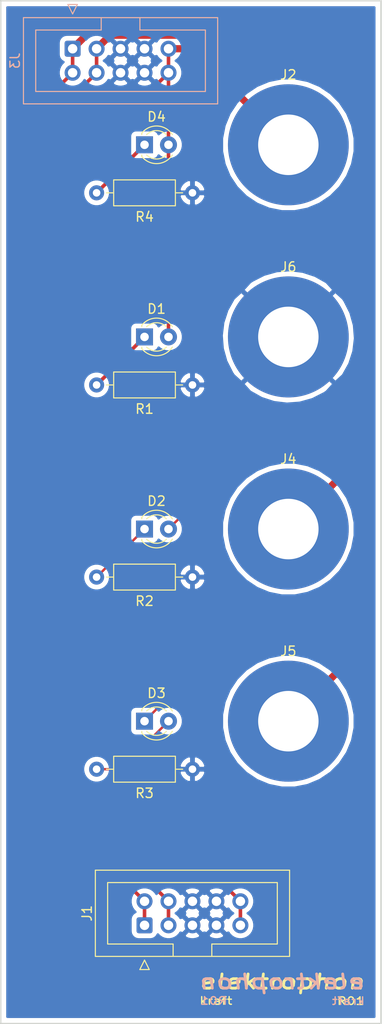
<source format=kicad_pcb>
(kicad_pcb (version 20171130) (host pcbnew 5.1.9)

  (general
    (thickness 1.6)
    (drawings 4)
    (tracks 58)
    (zones 0)
    (modules 15)
    (nets 9)
  )

  (page A4)
  (title_block
    (title kraft)
    (date 2021-05-15)
    (rev R01)
    (comment 1 "Wall Wart Power Supply (+15V/-15V/5V)")
    (comment 2 "mount PCB")
    (comment 4 "License CC BY 4.0 - Attribution 4.0 International")
  )

  (layers
    (0 F.Cu signal)
    (31 B.Cu signal)
    (32 B.Adhes user)
    (33 F.Adhes user)
    (34 B.Paste user)
    (35 F.Paste user)
    (36 B.SilkS user)
    (37 F.SilkS user)
    (38 B.Mask user)
    (39 F.Mask user)
    (40 Dwgs.User user)
    (41 Cmts.User user)
    (42 Eco1.User user)
    (43 Eco2.User user)
    (44 Edge.Cuts user)
    (45 Margin user)
    (46 B.CrtYd user)
    (47 F.CrtYd user)
    (48 B.Fab user)
    (49 F.Fab user)
  )

  (setup
    (last_trace_width 0.25)
    (user_trace_width 0.381)
    (user_trace_width 0.762)
    (trace_clearance 0.2)
    (zone_clearance 0.508)
    (zone_45_only no)
    (trace_min 0.2)
    (via_size 0.8)
    (via_drill 0.4)
    (via_min_size 0.4)
    (via_min_drill 0.3)
    (uvia_size 0.3)
    (uvia_drill 0.1)
    (uvias_allowed no)
    (uvia_min_size 0.2)
    (uvia_min_drill 0.1)
    (edge_width 0.05)
    (segment_width 0.2)
    (pcb_text_width 0.3)
    (pcb_text_size 1.5 1.5)
    (mod_edge_width 0.12)
    (mod_text_size 1 1)
    (mod_text_width 0.15)
    (pad_size 1.524 1.524)
    (pad_drill 0.762)
    (pad_to_mask_clearance 0)
    (aux_axis_origin 0 0)
    (visible_elements FFFFFF7F)
    (pcbplotparams
      (layerselection 0x010fc_ffffffff)
      (usegerberextensions false)
      (usegerberattributes true)
      (usegerberadvancedattributes true)
      (creategerberjobfile true)
      (excludeedgelayer true)
      (linewidth 0.100000)
      (plotframeref false)
      (viasonmask false)
      (mode 1)
      (useauxorigin false)
      (hpglpennumber 1)
      (hpglpenspeed 20)
      (hpglpendiameter 15.000000)
      (psnegative false)
      (psa4output false)
      (plotreference true)
      (plotvalue true)
      (plotinvisibletext false)
      (padsonsilk false)
      (subtractmaskfromsilk false)
      (outputformat 1)
      (mirror false)
      (drillshape 1)
      (scaleselection 1)
      (outputdirectory ""))
  )

  (net 0 "")
  (net 1 +5V)
  (net 2 "Net-(D1-Pad1)")
  (net 3 +15V)
  (net 4 "Net-(D2-Pad1)")
  (net 5 "Net-(D3-Pad2)")
  (net 6 -15V)
  (net 7 "Net-(D4-Pad1)")
  (net 8 GND)

  (net_class Default "This is the default net class."
    (clearance 0.2)
    (trace_width 0.25)
    (via_dia 0.8)
    (via_drill 0.4)
    (uvia_dia 0.3)
    (uvia_drill 0.1)
    (add_net +15V)
    (add_net +5V)
    (add_net -15V)
    (add_net GND)
    (add_net "Net-(D1-Pad1)")
    (add_net "Net-(D2-Pad1)")
    (add_net "Net-(D3-Pad2)")
    (add_net "Net-(D4-Pad1)")
  )

  (module "elektrophon:elektrophon logo" locked (layer F.Cu) (tedit 5D74BFC6) (tstamp 60A024F3)
    (at 80.645 155.575)
    (fp_text reference REF** (at 0 3.556) (layer F.SilkS) hide
      (effects (font (size 1 1) (thickness 0.15)))
    )
    (fp_text value "elektrophon logo" (at 0 -3.048) (layer F.Fab) hide
      (effects (font (size 1 1) (thickness 0.15)))
    )
    (fp_text user kraft (at 8.84 1.02) (layer B.SilkS)
      (effects (font (size 0.8 1) (thickness 0.15)) (justify left mirror))
    )
    (fp_text user R01 (at -8.83 1) (layer B.SilkS)
      (effects (font (size 0.8 1) (thickness 0.15)) (justify right mirror))
    )
    (fp_text user elektrophon (at 0 -1.016) (layer B.SilkS)
      (effects (font (size 1.5 2) (thickness 0.3) italic) (justify mirror))
    )
    (fp_text user R01 (at 8.8 1.02) (layer F.SilkS)
      (effects (font (size 0.8 1) (thickness 0.15)) (justify right))
    )
    (fp_text user kraft (at -8.88 1) (layer F.SilkS)
      (effects (font (size 0.8 1) (thickness 0.15)) (justify left))
    )
    (fp_text user elektrophon (at 0 -1.016) (layer F.SilkS)
      (effects (font (size 1.5 2) (thickness 0.3) italic))
    )
  )

  (module MountingHole:MountingHole_6.4mm_M6_Pad_TopBottom (layer F.Cu) (tedit 56D1B4CB) (tstamp 60A02118)
    (at 81.28 86.36)
    (descr "Mounting Hole 6.4mm, M6")
    (tags "mounting hole 6.4mm m6")
    (path /60A02498)
    (attr virtual)
    (fp_text reference J6 (at 0 -7.4) (layer F.SilkS)
      (effects (font (size 1 1) (thickness 0.15)))
    )
    (fp_text value CT2224 (at 0 7.4) (layer F.Fab)
      (effects (font (size 1 1) (thickness 0.15)))
    )
    (fp_circle (center 0 0) (end 6.65 0) (layer F.CrtYd) (width 0.05))
    (fp_circle (center 0 0) (end 6.4 0) (layer Cmts.User) (width 0.15))
    (fp_text user %R (at 0.3 0) (layer F.Fab)
      (effects (font (size 1 1) (thickness 0.15)))
    )
    (pad 1 connect circle (at 0 0) (size 12.8 12.8) (layers B.Cu B.Mask)
      (net 8 GND))
    (pad 1 connect circle (at 0 0) (size 12.8 12.8) (layers F.Cu F.Mask)
      (net 8 GND))
    (pad 1 thru_hole circle (at 0 0) (size 6.8 6.8) (drill 6.4) (layers *.Cu *.Mask)
      (net 8 GND))
  )

  (module MountingHole:MountingHole_6.4mm_M6_Pad_TopBottom (layer F.Cu) (tedit 56D1B4CB) (tstamp 60A0210E)
    (at 81.28 127)
    (descr "Mounting Hole 6.4mm, M6")
    (tags "mounting hole 6.4mm m6")
    (path /60A021A1)
    (attr virtual)
    (fp_text reference J5 (at 0 -7.4) (layer F.SilkS)
      (effects (font (size 1 1) (thickness 0.15)))
    )
    (fp_text value CT2224 (at 0 7.4) (layer F.Fab)
      (effects (font (size 1 1) (thickness 0.15)))
    )
    (fp_circle (center 0 0) (end 6.65 0) (layer F.CrtYd) (width 0.05))
    (fp_circle (center 0 0) (end 6.4 0) (layer Cmts.User) (width 0.15))
    (fp_text user %R (at 0.3 0) (layer F.Fab)
      (effects (font (size 1 1) (thickness 0.15)))
    )
    (pad 1 connect circle (at 0 0) (size 12.8 12.8) (layers B.Cu B.Mask)
      (net 6 -15V))
    (pad 1 connect circle (at 0 0) (size 12.8 12.8) (layers F.Cu F.Mask)
      (net 6 -15V))
    (pad 1 thru_hole circle (at 0 0) (size 6.8 6.8) (drill 6.4) (layers *.Cu *.Mask)
      (net 6 -15V))
  )

  (module MountingHole:MountingHole_6.4mm_M6_Pad_TopBottom (layer F.Cu) (tedit 56D1B4CB) (tstamp 60A02104)
    (at 81.28 106.68)
    (descr "Mounting Hole 6.4mm, M6")
    (tags "mounting hole 6.4mm m6")
    (path /60A01EC2)
    (attr virtual)
    (fp_text reference J4 (at 0 -7.4) (layer F.SilkS)
      (effects (font (size 1 1) (thickness 0.15)))
    )
    (fp_text value CT2224 (at 0 7.4) (layer F.Fab)
      (effects (font (size 1 1) (thickness 0.15)))
    )
    (fp_circle (center 0 0) (end 6.65 0) (layer F.CrtYd) (width 0.05))
    (fp_circle (center 0 0) (end 6.4 0) (layer Cmts.User) (width 0.15))
    (fp_text user %R (at 0.3 0) (layer F.Fab)
      (effects (font (size 1 1) (thickness 0.15)))
    )
    (pad 1 connect circle (at 0 0) (size 12.8 12.8) (layers B.Cu B.Mask)
      (net 3 +15V))
    (pad 1 connect circle (at 0 0) (size 12.8 12.8) (layers F.Cu F.Mask)
      (net 3 +15V))
    (pad 1 thru_hole circle (at 0 0) (size 6.8 6.8) (drill 6.4) (layers *.Cu *.Mask)
      (net 3 +15V))
  )

  (module Resistor_THT:R_Axial_DIN0207_L6.3mm_D2.5mm_P10.16mm_Horizontal (layer F.Cu) (tedit 5AE5139B) (tstamp 6097F307)
    (at 60.96 71.12)
    (descr "Resistor, Axial_DIN0207 series, Axial, Horizontal, pin pitch=10.16mm, 0.25W = 1/4W, length*diameter=6.3*2.5mm^2, http://cdn-reichelt.de/documents/datenblatt/B400/1_4W%23YAG.pdf")
    (tags "Resistor Axial_DIN0207 series Axial Horizontal pin pitch 10.16mm 0.25W = 1/4W length 6.3mm diameter 2.5mm")
    (path /6099348D)
    (fp_text reference R4 (at 5.08 2.54) (layer F.SilkS)
      (effects (font (size 1 1) (thickness 0.15)))
    )
    (fp_text value 2k2 (at 5.08 2.37) (layer F.Fab)
      (effects (font (size 1 1) (thickness 0.15)))
    )
    (fp_line (start 11.21 -1.5) (end -1.05 -1.5) (layer F.CrtYd) (width 0.05))
    (fp_line (start 11.21 1.5) (end 11.21 -1.5) (layer F.CrtYd) (width 0.05))
    (fp_line (start -1.05 1.5) (end 11.21 1.5) (layer F.CrtYd) (width 0.05))
    (fp_line (start -1.05 -1.5) (end -1.05 1.5) (layer F.CrtYd) (width 0.05))
    (fp_line (start 9.12 0) (end 8.35 0) (layer F.SilkS) (width 0.12))
    (fp_line (start 1.04 0) (end 1.81 0) (layer F.SilkS) (width 0.12))
    (fp_line (start 8.35 -1.37) (end 1.81 -1.37) (layer F.SilkS) (width 0.12))
    (fp_line (start 8.35 1.37) (end 8.35 -1.37) (layer F.SilkS) (width 0.12))
    (fp_line (start 1.81 1.37) (end 8.35 1.37) (layer F.SilkS) (width 0.12))
    (fp_line (start 1.81 -1.37) (end 1.81 1.37) (layer F.SilkS) (width 0.12))
    (fp_line (start 10.16 0) (end 8.23 0) (layer F.Fab) (width 0.1))
    (fp_line (start 0 0) (end 1.93 0) (layer F.Fab) (width 0.1))
    (fp_line (start 8.23 -1.25) (end 1.93 -1.25) (layer F.Fab) (width 0.1))
    (fp_line (start 8.23 1.25) (end 8.23 -1.25) (layer F.Fab) (width 0.1))
    (fp_line (start 1.93 1.25) (end 8.23 1.25) (layer F.Fab) (width 0.1))
    (fp_line (start 1.93 -1.25) (end 1.93 1.25) (layer F.Fab) (width 0.1))
    (fp_text user %R (at 5.08 0) (layer F.Fab)
      (effects (font (size 1 1) (thickness 0.15)))
    )
    (pad 2 thru_hole oval (at 10.16 0) (size 1.6 1.6) (drill 0.8) (layers *.Cu *.Mask)
      (net 8 GND))
    (pad 1 thru_hole circle (at 0 0) (size 1.6 1.6) (drill 0.8) (layers *.Cu *.Mask)
      (net 7 "Net-(D4-Pad1)"))
    (model ${KISYS3DMOD}/Resistor_THT.3dshapes/R_Axial_DIN0207_L6.3mm_D2.5mm_P10.16mm_Horizontal.wrl
      (at (xyz 0 0 0))
      (scale (xyz 1 1 1))
      (rotate (xyz 0 0 0))
    )
  )

  (module Resistor_THT:R_Axial_DIN0207_L6.3mm_D2.5mm_P10.16mm_Horizontal (layer F.Cu) (tedit 5AE5139B) (tstamp 6097F2F0)
    (at 60.96 132.08)
    (descr "Resistor, Axial_DIN0207 series, Axial, Horizontal, pin pitch=10.16mm, 0.25W = 1/4W, length*diameter=6.3*2.5mm^2, http://cdn-reichelt.de/documents/datenblatt/B400/1_4W%23YAG.pdf")
    (tags "Resistor Axial_DIN0207 series Axial Horizontal pin pitch 10.16mm 0.25W = 1/4W length 6.3mm diameter 2.5mm")
    (path /60952AD3)
    (fp_text reference R3 (at 5.08 2.54) (layer F.SilkS)
      (effects (font (size 1 1) (thickness 0.15)))
    )
    (fp_text value 6k8 (at 5.08 2.37) (layer F.Fab)
      (effects (font (size 1 1) (thickness 0.15)))
    )
    (fp_line (start 11.21 -1.5) (end -1.05 -1.5) (layer F.CrtYd) (width 0.05))
    (fp_line (start 11.21 1.5) (end 11.21 -1.5) (layer F.CrtYd) (width 0.05))
    (fp_line (start -1.05 1.5) (end 11.21 1.5) (layer F.CrtYd) (width 0.05))
    (fp_line (start -1.05 -1.5) (end -1.05 1.5) (layer F.CrtYd) (width 0.05))
    (fp_line (start 9.12 0) (end 8.35 0) (layer F.SilkS) (width 0.12))
    (fp_line (start 1.04 0) (end 1.81 0) (layer F.SilkS) (width 0.12))
    (fp_line (start 8.35 -1.37) (end 1.81 -1.37) (layer F.SilkS) (width 0.12))
    (fp_line (start 8.35 1.37) (end 8.35 -1.37) (layer F.SilkS) (width 0.12))
    (fp_line (start 1.81 1.37) (end 8.35 1.37) (layer F.SilkS) (width 0.12))
    (fp_line (start 1.81 -1.37) (end 1.81 1.37) (layer F.SilkS) (width 0.12))
    (fp_line (start 10.16 0) (end 8.23 0) (layer F.Fab) (width 0.1))
    (fp_line (start 0 0) (end 1.93 0) (layer F.Fab) (width 0.1))
    (fp_line (start 8.23 -1.25) (end 1.93 -1.25) (layer F.Fab) (width 0.1))
    (fp_line (start 8.23 1.25) (end 8.23 -1.25) (layer F.Fab) (width 0.1))
    (fp_line (start 1.93 1.25) (end 8.23 1.25) (layer F.Fab) (width 0.1))
    (fp_line (start 1.93 -1.25) (end 1.93 1.25) (layer F.Fab) (width 0.1))
    (fp_text user %R (at 5.08 0) (layer F.Fab)
      (effects (font (size 1 1) (thickness 0.15)))
    )
    (pad 2 thru_hole oval (at 10.16 0) (size 1.6 1.6) (drill 0.8) (layers *.Cu *.Mask)
      (net 8 GND))
    (pad 1 thru_hole circle (at 0 0) (size 1.6 1.6) (drill 0.8) (layers *.Cu *.Mask)
      (net 5 "Net-(D3-Pad2)"))
    (model ${KISYS3DMOD}/Resistor_THT.3dshapes/R_Axial_DIN0207_L6.3mm_D2.5mm_P10.16mm_Horizontal.wrl
      (at (xyz 0 0 0))
      (scale (xyz 1 1 1))
      (rotate (xyz 0 0 0))
    )
  )

  (module Resistor_THT:R_Axial_DIN0207_L6.3mm_D2.5mm_P10.16mm_Horizontal (layer F.Cu) (tedit 5AE5139B) (tstamp 6097F2D9)
    (at 60.96 111.76)
    (descr "Resistor, Axial_DIN0207 series, Axial, Horizontal, pin pitch=10.16mm, 0.25W = 1/4W, length*diameter=6.3*2.5mm^2, http://cdn-reichelt.de/documents/datenblatt/B400/1_4W%23YAG.pdf")
    (tags "Resistor Axial_DIN0207 series Axial Horizontal pin pitch 10.16mm 0.25W = 1/4W length 6.3mm diameter 2.5mm")
    (path /60952650)
    (fp_text reference R2 (at 5.08 2.54) (layer F.SilkS)
      (effects (font (size 1 1) (thickness 0.15)))
    )
    (fp_text value 6k8 (at 5.08 2.37) (layer F.Fab)
      (effects (font (size 1 1) (thickness 0.15)))
    )
    (fp_line (start 11.21 -1.5) (end -1.05 -1.5) (layer F.CrtYd) (width 0.05))
    (fp_line (start 11.21 1.5) (end 11.21 -1.5) (layer F.CrtYd) (width 0.05))
    (fp_line (start -1.05 1.5) (end 11.21 1.5) (layer F.CrtYd) (width 0.05))
    (fp_line (start -1.05 -1.5) (end -1.05 1.5) (layer F.CrtYd) (width 0.05))
    (fp_line (start 9.12 0) (end 8.35 0) (layer F.SilkS) (width 0.12))
    (fp_line (start 1.04 0) (end 1.81 0) (layer F.SilkS) (width 0.12))
    (fp_line (start 8.35 -1.37) (end 1.81 -1.37) (layer F.SilkS) (width 0.12))
    (fp_line (start 8.35 1.37) (end 8.35 -1.37) (layer F.SilkS) (width 0.12))
    (fp_line (start 1.81 1.37) (end 8.35 1.37) (layer F.SilkS) (width 0.12))
    (fp_line (start 1.81 -1.37) (end 1.81 1.37) (layer F.SilkS) (width 0.12))
    (fp_line (start 10.16 0) (end 8.23 0) (layer F.Fab) (width 0.1))
    (fp_line (start 0 0) (end 1.93 0) (layer F.Fab) (width 0.1))
    (fp_line (start 8.23 -1.25) (end 1.93 -1.25) (layer F.Fab) (width 0.1))
    (fp_line (start 8.23 1.25) (end 8.23 -1.25) (layer F.Fab) (width 0.1))
    (fp_line (start 1.93 1.25) (end 8.23 1.25) (layer F.Fab) (width 0.1))
    (fp_line (start 1.93 -1.25) (end 1.93 1.25) (layer F.Fab) (width 0.1))
    (fp_text user %R (at 5.08 0) (layer F.Fab)
      (effects (font (size 1 1) (thickness 0.15)))
    )
    (pad 2 thru_hole oval (at 10.16 0) (size 1.6 1.6) (drill 0.8) (layers *.Cu *.Mask)
      (net 8 GND))
    (pad 1 thru_hole circle (at 0 0) (size 1.6 1.6) (drill 0.8) (layers *.Cu *.Mask)
      (net 4 "Net-(D2-Pad1)"))
    (model ${KISYS3DMOD}/Resistor_THT.3dshapes/R_Axial_DIN0207_L6.3mm_D2.5mm_P10.16mm_Horizontal.wrl
      (at (xyz 0 0 0))
      (scale (xyz 1 1 1))
      (rotate (xyz 0 0 0))
    )
  )

  (module Resistor_THT:R_Axial_DIN0207_L6.3mm_D2.5mm_P10.16mm_Horizontal (layer F.Cu) (tedit 5AE5139B) (tstamp 6097F2C2)
    (at 60.96 91.44)
    (descr "Resistor, Axial_DIN0207 series, Axial, Horizontal, pin pitch=10.16mm, 0.25W = 1/4W, length*diameter=6.3*2.5mm^2, http://cdn-reichelt.de/documents/datenblatt/B400/1_4W%23YAG.pdf")
    (tags "Resistor Axial_DIN0207 series Axial Horizontal pin pitch 10.16mm 0.25W = 1/4W length 6.3mm diameter 2.5mm")
    (path /6095214C)
    (fp_text reference R1 (at 5.08 2.54) (layer F.SilkS)
      (effects (font (size 1 1) (thickness 0.15)))
    )
    (fp_text value 1k2 (at 5.08 2.37) (layer F.Fab)
      (effects (font (size 1 1) (thickness 0.15)))
    )
    (fp_line (start 11.21 -1.5) (end -1.05 -1.5) (layer F.CrtYd) (width 0.05))
    (fp_line (start 11.21 1.5) (end 11.21 -1.5) (layer F.CrtYd) (width 0.05))
    (fp_line (start -1.05 1.5) (end 11.21 1.5) (layer F.CrtYd) (width 0.05))
    (fp_line (start -1.05 -1.5) (end -1.05 1.5) (layer F.CrtYd) (width 0.05))
    (fp_line (start 9.12 0) (end 8.35 0) (layer F.SilkS) (width 0.12))
    (fp_line (start 1.04 0) (end 1.81 0) (layer F.SilkS) (width 0.12))
    (fp_line (start 8.35 -1.37) (end 1.81 -1.37) (layer F.SilkS) (width 0.12))
    (fp_line (start 8.35 1.37) (end 8.35 -1.37) (layer F.SilkS) (width 0.12))
    (fp_line (start 1.81 1.37) (end 8.35 1.37) (layer F.SilkS) (width 0.12))
    (fp_line (start 1.81 -1.37) (end 1.81 1.37) (layer F.SilkS) (width 0.12))
    (fp_line (start 10.16 0) (end 8.23 0) (layer F.Fab) (width 0.1))
    (fp_line (start 0 0) (end 1.93 0) (layer F.Fab) (width 0.1))
    (fp_line (start 8.23 -1.25) (end 1.93 -1.25) (layer F.Fab) (width 0.1))
    (fp_line (start 8.23 1.25) (end 8.23 -1.25) (layer F.Fab) (width 0.1))
    (fp_line (start 1.93 1.25) (end 8.23 1.25) (layer F.Fab) (width 0.1))
    (fp_line (start 1.93 -1.25) (end 1.93 1.25) (layer F.Fab) (width 0.1))
    (fp_text user %R (at 5.08 0) (layer F.Fab)
      (effects (font (size 1 1) (thickness 0.15)))
    )
    (pad 2 thru_hole oval (at 10.16 0) (size 1.6 1.6) (drill 0.8) (layers *.Cu *.Mask)
      (net 8 GND))
    (pad 1 thru_hole circle (at 0 0) (size 1.6 1.6) (drill 0.8) (layers *.Cu *.Mask)
      (net 2 "Net-(D1-Pad1)"))
    (model ${KISYS3DMOD}/Resistor_THT.3dshapes/R_Axial_DIN0207_L6.3mm_D2.5mm_P10.16mm_Horizontal.wrl
      (at (xyz 0 0 0))
      (scale (xyz 1 1 1))
      (rotate (xyz 0 0 0))
    )
  )

  (module Connector_IDC:IDC-Header_2x05_P2.54mm_Vertical (layer B.Cu) (tedit 5EAC9A07) (tstamp 6097F28D)
    (at 58.42 55.88 270)
    (descr "Through hole IDC box header, 2x05, 2.54mm pitch, DIN 41651 / IEC 60603-13, double rows, https://docs.google.com/spreadsheets/d/16SsEcesNF15N3Lb4niX7dcUr-NY5_MFPQhobNuNppn4/edit#gid=0")
    (tags "Through hole vertical IDC box header THT 2x05 2.54mm double row")
    (path /5F7F3CA9)
    (fp_text reference J3 (at 1.27 6.1 270) (layer B.SilkS)
      (effects (font (size 1 1) (thickness 0.15)) (justify mirror))
    )
    (fp_text value "IDC Header" (at 1.27 -16.26 270) (layer B.Fab)
      (effects (font (size 1 1) (thickness 0.15)) (justify mirror))
    )
    (fp_line (start 6.22 5.6) (end -3.68 5.6) (layer B.CrtYd) (width 0.05))
    (fp_line (start 6.22 -15.76) (end 6.22 5.6) (layer B.CrtYd) (width 0.05))
    (fp_line (start -3.68 -15.76) (end 6.22 -15.76) (layer B.CrtYd) (width 0.05))
    (fp_line (start -3.68 5.6) (end -3.68 -15.76) (layer B.CrtYd) (width 0.05))
    (fp_line (start -4.68 -0.5) (end -3.68 0) (layer B.SilkS) (width 0.12))
    (fp_line (start -4.68 0.5) (end -4.68 -0.5) (layer B.SilkS) (width 0.12))
    (fp_line (start -3.68 0) (end -4.68 0.5) (layer B.SilkS) (width 0.12))
    (fp_line (start -1.98 -7.13) (end -3.29 -7.13) (layer B.SilkS) (width 0.12))
    (fp_line (start -1.98 -7.13) (end -1.98 -7.13) (layer B.SilkS) (width 0.12))
    (fp_line (start -1.98 -14.07) (end -1.98 -7.13) (layer B.SilkS) (width 0.12))
    (fp_line (start 4.52 -14.07) (end -1.98 -14.07) (layer B.SilkS) (width 0.12))
    (fp_line (start 4.52 3.91) (end 4.52 -14.07) (layer B.SilkS) (width 0.12))
    (fp_line (start -1.98 3.91) (end 4.52 3.91) (layer B.SilkS) (width 0.12))
    (fp_line (start -1.98 -3.03) (end -1.98 3.91) (layer B.SilkS) (width 0.12))
    (fp_line (start -3.29 -3.03) (end -1.98 -3.03) (layer B.SilkS) (width 0.12))
    (fp_line (start -3.29 -15.37) (end -3.29 5.21) (layer B.SilkS) (width 0.12))
    (fp_line (start 5.83 -15.37) (end -3.29 -15.37) (layer B.SilkS) (width 0.12))
    (fp_line (start 5.83 5.21) (end 5.83 -15.37) (layer B.SilkS) (width 0.12))
    (fp_line (start -3.29 5.21) (end 5.83 5.21) (layer B.SilkS) (width 0.12))
    (fp_line (start -1.98 -7.13) (end -3.18 -7.13) (layer B.Fab) (width 0.1))
    (fp_line (start -1.98 -7.13) (end -1.98 -7.13) (layer B.Fab) (width 0.1))
    (fp_line (start -1.98 -14.07) (end -1.98 -7.13) (layer B.Fab) (width 0.1))
    (fp_line (start 4.52 -14.07) (end -1.98 -14.07) (layer B.Fab) (width 0.1))
    (fp_line (start 4.52 3.91) (end 4.52 -14.07) (layer B.Fab) (width 0.1))
    (fp_line (start -1.98 3.91) (end 4.52 3.91) (layer B.Fab) (width 0.1))
    (fp_line (start -1.98 -3.03) (end -1.98 3.91) (layer B.Fab) (width 0.1))
    (fp_line (start -3.18 -3.03) (end -1.98 -3.03) (layer B.Fab) (width 0.1))
    (fp_line (start -3.18 -15.26) (end -3.18 4.1) (layer B.Fab) (width 0.1))
    (fp_line (start 5.72 -15.26) (end -3.18 -15.26) (layer B.Fab) (width 0.1))
    (fp_line (start 5.72 5.1) (end 5.72 -15.26) (layer B.Fab) (width 0.1))
    (fp_line (start -2.18 5.1) (end 5.72 5.1) (layer B.Fab) (width 0.1))
    (fp_line (start -3.18 4.1) (end -2.18 5.1) (layer B.Fab) (width 0.1))
    (fp_text user %R (at 1.27 -5.08) (layer B.Fab)
      (effects (font (size 1 1) (thickness 0.15)) (justify mirror))
    )
    (pad 10 thru_hole circle (at 2.54 -10.16 270) (size 1.7 1.7) (drill 1) (layers *.Cu *.Mask)
      (net 1 +5V))
    (pad 8 thru_hole circle (at 2.54 -7.62 270) (size 1.7 1.7) (drill 1) (layers *.Cu *.Mask)
      (net 8 GND))
    (pad 6 thru_hole circle (at 2.54 -5.08 270) (size 1.7 1.7) (drill 1) (layers *.Cu *.Mask)
      (net 8 GND))
    (pad 4 thru_hole circle (at 2.54 -2.54 270) (size 1.7 1.7) (drill 1) (layers *.Cu *.Mask)
      (net 3 +15V))
    (pad 2 thru_hole circle (at 2.54 0 270) (size 1.7 1.7) (drill 1) (layers *.Cu *.Mask)
      (net 6 -15V))
    (pad 9 thru_hole circle (at 0 -10.16 270) (size 1.7 1.7) (drill 1) (layers *.Cu *.Mask)
      (net 1 +5V))
    (pad 7 thru_hole circle (at 0 -7.62 270) (size 1.7 1.7) (drill 1) (layers *.Cu *.Mask)
      (net 8 GND))
    (pad 5 thru_hole circle (at 0 -5.08 270) (size 1.7 1.7) (drill 1) (layers *.Cu *.Mask)
      (net 8 GND))
    (pad 3 thru_hole circle (at 0 -2.54 270) (size 1.7 1.7) (drill 1) (layers *.Cu *.Mask)
      (net 3 +15V))
    (pad 1 thru_hole roundrect (at 0 0 270) (size 1.7 1.7) (drill 1) (layers *.Cu *.Mask) (roundrect_rratio 0.147059)
      (net 6 -15V))
    (model ${KISYS3DMOD}/Connector_IDC.3dshapes/IDC-Header_2x05_P2.54mm_Vertical.wrl
      (at (xyz 0 0 0))
      (scale (xyz 1 1 1))
      (rotate (xyz 0 0 0))
    )
  )

  (module MountingHole:MountingHole_6.4mm_M6_Pad_TopBottom (layer F.Cu) (tedit 56D1B4CB) (tstamp 6097F25E)
    (at 81.28 66.04)
    (descr "Mounting Hole 6.4mm, M6")
    (tags "mounting hole 6.4mm m6")
    (path /6095E3F3)
    (attr virtual)
    (fp_text reference J2 (at 0 -7.4) (layer F.SilkS)
      (effects (font (size 1 1) (thickness 0.15)))
    )
    (fp_text value CT2224 (at 0 7.4) (layer F.Fab)
      (effects (font (size 1 1) (thickness 0.15)))
    )
    (fp_circle (center 0 0) (end 6.65 0) (layer F.CrtYd) (width 0.05))
    (fp_circle (center 0 0) (end 6.4 0) (layer Cmts.User) (width 0.15))
    (fp_text user %R (at 0.3 0) (layer F.Fab)
      (effects (font (size 1 1) (thickness 0.15)))
    )
    (pad 1 connect circle (at 0 0) (size 12.8 12.8) (layers B.Cu B.Mask)
      (net 1 +5V))
    (pad 1 connect circle (at 0 0) (size 12.8 12.8) (layers F.Cu F.Mask)
      (net 1 +5V))
    (pad 1 thru_hole circle (at 0 0) (size 6.8 6.8) (drill 6.4) (layers *.Cu *.Mask)
      (net 1 +5V))
  )

  (module Connector_IDC:IDC-Header_2x05_P2.54mm_Vertical (layer F.Cu) (tedit 5EAC9A07) (tstamp 6097F254)
    (at 66.04 148.59 90)
    (descr "Through hole IDC box header, 2x05, 2.54mm pitch, DIN 41651 / IEC 60603-13, double rows, https://docs.google.com/spreadsheets/d/16SsEcesNF15N3Lb4niX7dcUr-NY5_MFPQhobNuNppn4/edit#gid=0")
    (tags "Through hole vertical IDC box header THT 2x05 2.54mm double row")
    (path /5D6BEBB7)
    (fp_text reference J1 (at 1.27 -6.1 90) (layer F.SilkS)
      (effects (font (size 1 1) (thickness 0.15)))
    )
    (fp_text value "IDC Header" (at 1.27 16.26 90) (layer F.Fab)
      (effects (font (size 1 1) (thickness 0.15)))
    )
    (fp_line (start 6.22 -5.6) (end -3.68 -5.6) (layer F.CrtYd) (width 0.05))
    (fp_line (start 6.22 15.76) (end 6.22 -5.6) (layer F.CrtYd) (width 0.05))
    (fp_line (start -3.68 15.76) (end 6.22 15.76) (layer F.CrtYd) (width 0.05))
    (fp_line (start -3.68 -5.6) (end -3.68 15.76) (layer F.CrtYd) (width 0.05))
    (fp_line (start -4.68 0.5) (end -3.68 0) (layer F.SilkS) (width 0.12))
    (fp_line (start -4.68 -0.5) (end -4.68 0.5) (layer F.SilkS) (width 0.12))
    (fp_line (start -3.68 0) (end -4.68 -0.5) (layer F.SilkS) (width 0.12))
    (fp_line (start -1.98 7.13) (end -3.29 7.13) (layer F.SilkS) (width 0.12))
    (fp_line (start -1.98 7.13) (end -1.98 7.13) (layer F.SilkS) (width 0.12))
    (fp_line (start -1.98 14.07) (end -1.98 7.13) (layer F.SilkS) (width 0.12))
    (fp_line (start 4.52 14.07) (end -1.98 14.07) (layer F.SilkS) (width 0.12))
    (fp_line (start 4.52 -3.91) (end 4.52 14.07) (layer F.SilkS) (width 0.12))
    (fp_line (start -1.98 -3.91) (end 4.52 -3.91) (layer F.SilkS) (width 0.12))
    (fp_line (start -1.98 3.03) (end -1.98 -3.91) (layer F.SilkS) (width 0.12))
    (fp_line (start -3.29 3.03) (end -1.98 3.03) (layer F.SilkS) (width 0.12))
    (fp_line (start -3.29 15.37) (end -3.29 -5.21) (layer F.SilkS) (width 0.12))
    (fp_line (start 5.83 15.37) (end -3.29 15.37) (layer F.SilkS) (width 0.12))
    (fp_line (start 5.83 -5.21) (end 5.83 15.37) (layer F.SilkS) (width 0.12))
    (fp_line (start -3.29 -5.21) (end 5.83 -5.21) (layer F.SilkS) (width 0.12))
    (fp_line (start -1.98 7.13) (end -3.18 7.13) (layer F.Fab) (width 0.1))
    (fp_line (start -1.98 7.13) (end -1.98 7.13) (layer F.Fab) (width 0.1))
    (fp_line (start -1.98 14.07) (end -1.98 7.13) (layer F.Fab) (width 0.1))
    (fp_line (start 4.52 14.07) (end -1.98 14.07) (layer F.Fab) (width 0.1))
    (fp_line (start 4.52 -3.91) (end 4.52 14.07) (layer F.Fab) (width 0.1))
    (fp_line (start -1.98 -3.91) (end 4.52 -3.91) (layer F.Fab) (width 0.1))
    (fp_line (start -1.98 3.03) (end -1.98 -3.91) (layer F.Fab) (width 0.1))
    (fp_line (start -3.18 3.03) (end -1.98 3.03) (layer F.Fab) (width 0.1))
    (fp_line (start -3.18 15.26) (end -3.18 -4.1) (layer F.Fab) (width 0.1))
    (fp_line (start 5.72 15.26) (end -3.18 15.26) (layer F.Fab) (width 0.1))
    (fp_line (start 5.72 -5.1) (end 5.72 15.26) (layer F.Fab) (width 0.1))
    (fp_line (start -2.18 -5.1) (end 5.72 -5.1) (layer F.Fab) (width 0.1))
    (fp_line (start -3.18 -4.1) (end -2.18 -5.1) (layer F.Fab) (width 0.1))
    (fp_text user %R (at 1.27 5.08) (layer F.Fab)
      (effects (font (size 1 1) (thickness 0.15)))
    )
    (pad 10 thru_hole circle (at 2.54 10.16 90) (size 1.7 1.7) (drill 1) (layers *.Cu *.Mask)
      (net 1 +5V))
    (pad 8 thru_hole circle (at 2.54 7.62 90) (size 1.7 1.7) (drill 1) (layers *.Cu *.Mask)
      (net 8 GND))
    (pad 6 thru_hole circle (at 2.54 5.08 90) (size 1.7 1.7) (drill 1) (layers *.Cu *.Mask)
      (net 8 GND))
    (pad 4 thru_hole circle (at 2.54 2.54 90) (size 1.7 1.7) (drill 1) (layers *.Cu *.Mask)
      (net 3 +15V))
    (pad 2 thru_hole circle (at 2.54 0 90) (size 1.7 1.7) (drill 1) (layers *.Cu *.Mask)
      (net 6 -15V))
    (pad 9 thru_hole circle (at 0 10.16 90) (size 1.7 1.7) (drill 1) (layers *.Cu *.Mask)
      (net 1 +5V))
    (pad 7 thru_hole circle (at 0 7.62 90) (size 1.7 1.7) (drill 1) (layers *.Cu *.Mask)
      (net 8 GND))
    (pad 5 thru_hole circle (at 0 5.08 90) (size 1.7 1.7) (drill 1) (layers *.Cu *.Mask)
      (net 8 GND))
    (pad 3 thru_hole circle (at 0 2.54 90) (size 1.7 1.7) (drill 1) (layers *.Cu *.Mask)
      (net 3 +15V))
    (pad 1 thru_hole roundrect (at 0 0 90) (size 1.7 1.7) (drill 1) (layers *.Cu *.Mask) (roundrect_rratio 0.147059)
      (net 6 -15V))
    (model ${KISYS3DMOD}/Connector_IDC.3dshapes/IDC-Header_2x05_P2.54mm_Vertical.wrl
      (at (xyz 0 0 0))
      (scale (xyz 1 1 1))
      (rotate (xyz 0 0 0))
    )
  )

  (module LED_THT:LED_D3.0mm (layer F.Cu) (tedit 587A3A7B) (tstamp 6097F225)
    (at 66.04 66.04)
    (descr "LED, diameter 3.0mm, 2 pins")
    (tags "LED diameter 3.0mm 2 pins")
    (path /60993481)
    (fp_text reference D4 (at 1.27 -2.96) (layer F.SilkS)
      (effects (font (size 1 1) (thickness 0.15)))
    )
    (fp_text value LED (at 1.27 2.96) (layer F.Fab)
      (effects (font (size 1 1) (thickness 0.15)))
    )
    (fp_line (start 3.7 -2.25) (end -1.15 -2.25) (layer F.CrtYd) (width 0.05))
    (fp_line (start 3.7 2.25) (end 3.7 -2.25) (layer F.CrtYd) (width 0.05))
    (fp_line (start -1.15 2.25) (end 3.7 2.25) (layer F.CrtYd) (width 0.05))
    (fp_line (start -1.15 -2.25) (end -1.15 2.25) (layer F.CrtYd) (width 0.05))
    (fp_line (start -0.29 1.08) (end -0.29 1.236) (layer F.SilkS) (width 0.12))
    (fp_line (start -0.29 -1.236) (end -0.29 -1.08) (layer F.SilkS) (width 0.12))
    (fp_line (start -0.23 -1.16619) (end -0.23 1.16619) (layer F.Fab) (width 0.1))
    (fp_circle (center 1.27 0) (end 2.77 0) (layer F.Fab) (width 0.1))
    (fp_arc (start 1.27 0) (end 0.229039 1.08) (angle -87.9) (layer F.SilkS) (width 0.12))
    (fp_arc (start 1.27 0) (end 0.229039 -1.08) (angle 87.9) (layer F.SilkS) (width 0.12))
    (fp_arc (start 1.27 0) (end -0.29 1.235516) (angle -108.8) (layer F.SilkS) (width 0.12))
    (fp_arc (start 1.27 0) (end -0.29 -1.235516) (angle 108.8) (layer F.SilkS) (width 0.12))
    (fp_arc (start 1.27 0) (end -0.23 -1.16619) (angle 284.3) (layer F.Fab) (width 0.1))
    (pad 2 thru_hole circle (at 2.54 0) (size 1.8 1.8) (drill 0.9) (layers *.Cu *.Mask)
      (net 1 +5V))
    (pad 1 thru_hole rect (at 0 0) (size 1.8 1.8) (drill 0.9) (layers *.Cu *.Mask)
      (net 7 "Net-(D4-Pad1)"))
    (model ${KISYS3DMOD}/LED_THT.3dshapes/LED_D3.0mm.wrl
      (at (xyz 0 0 0))
      (scale (xyz 1 1 1))
      (rotate (xyz 0 0 0))
    )
  )

  (module LED_THT:LED_D3.0mm (layer F.Cu) (tedit 587A3A7B) (tstamp 6097F212)
    (at 66.04 127)
    (descr "LED, diameter 3.0mm, 2 pins")
    (tags "LED diameter 3.0mm 2 pins")
    (path /6094ED48)
    (fp_text reference D3 (at 1.27 -2.96) (layer F.SilkS)
      (effects (font (size 1 1) (thickness 0.15)))
    )
    (fp_text value LED (at 1.27 2.96) (layer F.Fab)
      (effects (font (size 1 1) (thickness 0.15)))
    )
    (fp_line (start 3.7 -2.25) (end -1.15 -2.25) (layer F.CrtYd) (width 0.05))
    (fp_line (start 3.7 2.25) (end 3.7 -2.25) (layer F.CrtYd) (width 0.05))
    (fp_line (start -1.15 2.25) (end 3.7 2.25) (layer F.CrtYd) (width 0.05))
    (fp_line (start -1.15 -2.25) (end -1.15 2.25) (layer F.CrtYd) (width 0.05))
    (fp_line (start -0.29 1.08) (end -0.29 1.236) (layer F.SilkS) (width 0.12))
    (fp_line (start -0.29 -1.236) (end -0.29 -1.08) (layer F.SilkS) (width 0.12))
    (fp_line (start -0.23 -1.16619) (end -0.23 1.16619) (layer F.Fab) (width 0.1))
    (fp_circle (center 1.27 0) (end 2.77 0) (layer F.Fab) (width 0.1))
    (fp_arc (start 1.27 0) (end 0.229039 1.08) (angle -87.9) (layer F.SilkS) (width 0.12))
    (fp_arc (start 1.27 0) (end 0.229039 -1.08) (angle 87.9) (layer F.SilkS) (width 0.12))
    (fp_arc (start 1.27 0) (end -0.29 1.235516) (angle -108.8) (layer F.SilkS) (width 0.12))
    (fp_arc (start 1.27 0) (end -0.29 -1.235516) (angle 108.8) (layer F.SilkS) (width 0.12))
    (fp_arc (start 1.27 0) (end -0.23 -1.16619) (angle 284.3) (layer F.Fab) (width 0.1))
    (pad 2 thru_hole circle (at 2.54 0) (size 1.8 1.8) (drill 0.9) (layers *.Cu *.Mask)
      (net 5 "Net-(D3-Pad2)"))
    (pad 1 thru_hole rect (at 0 0) (size 1.8 1.8) (drill 0.9) (layers *.Cu *.Mask)
      (net 6 -15V))
    (model ${KISYS3DMOD}/LED_THT.3dshapes/LED_D3.0mm.wrl
      (at (xyz 0 0 0))
      (scale (xyz 1 1 1))
      (rotate (xyz 0 0 0))
    )
  )

  (module LED_THT:LED_D3.0mm (layer F.Cu) (tedit 587A3A7B) (tstamp 6097F1FF)
    (at 66.04 106.68)
    (descr "LED, diameter 3.0mm, 2 pins")
    (tags "LED diameter 3.0mm 2 pins")
    (path /6094E5D4)
    (fp_text reference D2 (at 1.27 -2.96) (layer F.SilkS)
      (effects (font (size 1 1) (thickness 0.15)))
    )
    (fp_text value LED (at 1.27 2.96) (layer F.Fab)
      (effects (font (size 1 1) (thickness 0.15)))
    )
    (fp_line (start 3.7 -2.25) (end -1.15 -2.25) (layer F.CrtYd) (width 0.05))
    (fp_line (start 3.7 2.25) (end 3.7 -2.25) (layer F.CrtYd) (width 0.05))
    (fp_line (start -1.15 2.25) (end 3.7 2.25) (layer F.CrtYd) (width 0.05))
    (fp_line (start -1.15 -2.25) (end -1.15 2.25) (layer F.CrtYd) (width 0.05))
    (fp_line (start -0.29 1.08) (end -0.29 1.236) (layer F.SilkS) (width 0.12))
    (fp_line (start -0.29 -1.236) (end -0.29 -1.08) (layer F.SilkS) (width 0.12))
    (fp_line (start -0.23 -1.16619) (end -0.23 1.16619) (layer F.Fab) (width 0.1))
    (fp_circle (center 1.27 0) (end 2.77 0) (layer F.Fab) (width 0.1))
    (fp_arc (start 1.27 0) (end 0.229039 1.08) (angle -87.9) (layer F.SilkS) (width 0.12))
    (fp_arc (start 1.27 0) (end 0.229039 -1.08) (angle 87.9) (layer F.SilkS) (width 0.12))
    (fp_arc (start 1.27 0) (end -0.29 1.235516) (angle -108.8) (layer F.SilkS) (width 0.12))
    (fp_arc (start 1.27 0) (end -0.29 -1.235516) (angle 108.8) (layer F.SilkS) (width 0.12))
    (fp_arc (start 1.27 0) (end -0.23 -1.16619) (angle 284.3) (layer F.Fab) (width 0.1))
    (pad 2 thru_hole circle (at 2.54 0) (size 1.8 1.8) (drill 0.9) (layers *.Cu *.Mask)
      (net 3 +15V))
    (pad 1 thru_hole rect (at 0 0) (size 1.8 1.8) (drill 0.9) (layers *.Cu *.Mask)
      (net 4 "Net-(D2-Pad1)"))
    (model ${KISYS3DMOD}/LED_THT.3dshapes/LED_D3.0mm.wrl
      (at (xyz 0 0 0))
      (scale (xyz 1 1 1))
      (rotate (xyz 0 0 0))
    )
  )

  (module LED_THT:LED_D3.0mm (layer F.Cu) (tedit 587A3A7B) (tstamp 6097F1EC)
    (at 66.04 86.36)
    (descr "LED, diameter 3.0mm, 2 pins")
    (tags "LED diameter 3.0mm 2 pins")
    (path /6094E126)
    (fp_text reference D1 (at 1.27 -2.96) (layer F.SilkS)
      (effects (font (size 1 1) (thickness 0.15)))
    )
    (fp_text value LED (at 1.27 2.96) (layer F.Fab)
      (effects (font (size 1 1) (thickness 0.15)))
    )
    (fp_line (start 3.7 -2.25) (end -1.15 -2.25) (layer F.CrtYd) (width 0.05))
    (fp_line (start 3.7 2.25) (end 3.7 -2.25) (layer F.CrtYd) (width 0.05))
    (fp_line (start -1.15 2.25) (end 3.7 2.25) (layer F.CrtYd) (width 0.05))
    (fp_line (start -1.15 -2.25) (end -1.15 2.25) (layer F.CrtYd) (width 0.05))
    (fp_line (start -0.29 1.08) (end -0.29 1.236) (layer F.SilkS) (width 0.12))
    (fp_line (start -0.29 -1.236) (end -0.29 -1.08) (layer F.SilkS) (width 0.12))
    (fp_line (start -0.23 -1.16619) (end -0.23 1.16619) (layer F.Fab) (width 0.1))
    (fp_circle (center 1.27 0) (end 2.77 0) (layer F.Fab) (width 0.1))
    (fp_arc (start 1.27 0) (end 0.229039 1.08) (angle -87.9) (layer F.SilkS) (width 0.12))
    (fp_arc (start 1.27 0) (end 0.229039 -1.08) (angle 87.9) (layer F.SilkS) (width 0.12))
    (fp_arc (start 1.27 0) (end -0.29 1.235516) (angle -108.8) (layer F.SilkS) (width 0.12))
    (fp_arc (start 1.27 0) (end -0.29 -1.235516) (angle 108.8) (layer F.SilkS) (width 0.12))
    (fp_arc (start 1.27 0) (end -0.23 -1.16619) (angle 284.3) (layer F.Fab) (width 0.1))
    (pad 2 thru_hole circle (at 2.54 0) (size 1.8 1.8) (drill 0.9) (layers *.Cu *.Mask)
      (net 1 +5V))
    (pad 1 thru_hole rect (at 0 0) (size 1.8 1.8) (drill 0.9) (layers *.Cu *.Mask)
      (net 2 "Net-(D1-Pad1)"))
    (model ${KISYS3DMOD}/LED_THT.3dshapes/LED_D3.0mm.wrl
      (at (xyz 0 0 0))
      (scale (xyz 1 1 1))
      (rotate (xyz 0 0 0))
    )
  )

  (gr_line (start 50.8 50.8) (end 50.8 158.98) (layer Edge.Cuts) (width 0.15) (tstamp 60977F7D))
  (gr_line (start 91.1 158.98) (end 50.8 158.98) (layer Edge.Cuts) (width 0.15))
  (gr_line (start 91.1 50.8) (end 91.1 158.98) (layer Edge.Cuts) (width 0.15))
  (gr_line (start 50.8 50.8) (end 91.1 50.8) (layer Edge.Cuts) (width 0.15))

  (segment (start 68.58 55.88) (end 68.58 58.42) (width 0.381) (layer F.Cu) (net 1) (status 30))
  (segment (start 68.58 58.42) (end 68.58 66.04) (width 0.381) (layer F.Cu) (net 1) (status 30))
  (segment (start 68.58 66.04) (end 68.58 86.36) (width 0.381) (layer F.Cu) (net 1) (status 30))
  (segment (start 71.12 55.88) (end 68.58 55.88) (width 0.762) (layer F.Cu) (net 1) (status 20))
  (segment (start 81.28 66.04) (end 71.12 55.88) (width 0.762) (layer F.Cu) (net 1) (status 10))
  (segment (start 68.58 58.42) (end 58.42 68.58) (width 0.381) (layer F.Cu) (net 1) (status 10))
  (segment (start 74.041 143.891) (end 76.2 146.05) (width 0.381) (layer F.Cu) (net 1) (status 20))
  (segment (start 69.215 143.891) (end 74.041 143.891) (width 0.381) (layer F.Cu) (net 1))
  (segment (start 58.42 133.096) (end 69.215 143.891) (width 0.381) (layer F.Cu) (net 1))
  (segment (start 58.42 129.667) (end 58.42 133.096) (width 0.381) (layer F.Cu) (net 1))
  (segment (start 58.42 68.58) (end 58.42 129.667) (width 0.381) (layer F.Cu) (net 1))
  (segment (start 58.42 129.667) (end 58.42 133.155486) (width 0.381) (layer F.Cu) (net 1))
  (segment (start 76.2 146.05) (end 76.2 148.59) (width 0.381) (layer F.Cu) (net 1) (status 30))
  (segment (start 66.04 86.36) (end 60.96 91.44) (width 0.381) (layer F.Cu) (net 2) (status 30))
  (segment (start 60.96 55.88) (end 60.96 58.42) (width 0.381) (layer F.Cu) (net 3) (status 30))
  (segment (start 78.74 96.52) (end 68.58 106.68) (width 0.25) (layer F.Cu) (net 3) (status 20))
  (segment (start 83.82 96.52) (end 78.74 96.52) (width 0.25) (layer F.Cu) (net 3))
  (segment (start 55.88 133.35) (end 68.58 146.05) (width 0.381) (layer F.Cu) (net 3) (status 20))
  (segment (start 55.88 63.5) (end 55.88 133.35) (width 0.381) (layer F.Cu) (net 3))
  (segment (start 60.96 58.42) (end 55.88 63.5) (width 0.381) (layer F.Cu) (net 3) (status 10))
  (segment (start 68.58 146.05) (end 68.58 148.59) (width 0.381) (layer F.Cu) (net 3) (status 30))
  (segment (start 62.391001 54.448999) (end 60.96 55.88) (width 0.762) (layer F.Cu) (net 3) (status 20))
  (segment (start 81.753999 54.448999) (end 62.391001 54.448999) (width 0.762) (layer F.Cu) (net 3))
  (segment (start 88.9 61.595) (end 81.753999 54.448999) (width 0.762) (layer F.Cu) (net 3))
  (segment (start 81.28 106.68) (end 88.9 99.06) (width 0.762) (layer F.Cu) (net 3) (status 10))
  (segment (start 88.9 96.647) (end 88.9 92.717998) (width 0.762) (layer F.Cu) (net 3))
  (segment (start 88.9 99.06) (end 88.9 96.647) (width 0.762) (layer F.Cu) (net 3))
  (segment (start 88.9 84.836) (end 88.9 96.647) (width 0.762) (layer F.Cu) (net 3))
  (segment (start 88.9 85.979) (end 88.9 84.836) (width 0.762) (layer F.Cu) (net 3))
  (segment (start 88.9 84.836) (end 88.9 61.595) (width 0.762) (layer F.Cu) (net 3))
  (segment (start 88.9 85.979) (end 88.9 91.44) (width 0.25) (layer F.Cu) (net 3))
  (segment (start 88.9 91.44) (end 87.3125 93.0275) (width 0.25) (layer F.Cu) (net 3))
  (segment (start 87.3125 93.0275) (end 83.82 96.52) (width 0.25) (layer F.Cu) (net 3))
  (segment (start 88.261001 92.078999) (end 87.3125 93.0275) (width 0.25) (layer F.Cu) (net 3))
  (segment (start 60.96 111.76) (end 66.04 106.68) (width 0.25) (layer F.Cu) (net 4) (status 30))
  (segment (start 63.5 132.08) (end 68.58 127) (width 0.25) (layer F.Cu) (net 5) (status 20))
  (segment (start 60.96 132.08) (end 63.5 132.08) (width 0.25) (layer F.Cu) (net 5) (status 10))
  (segment (start 58.42 55.88) (end 58.42 58.42) (width 0.381) (layer F.Cu) (net 6) (status 30))
  (segment (start 81.28 127) (end 89.223012 119.056988) (width 0.762) (layer F.Cu) (net 6) (status 10))
  (segment (start 76.2 116.84) (end 66.04 127) (width 0.25) (layer F.Cu) (net 6) (status 20))
  (segment (start 84.466024 116.84) (end 76.2 116.84) (width 0.25) (layer F.Cu) (net 6))
  (segment (start 53.34 133.35) (end 66.04 146.05) (width 0.381) (layer F.Cu) (net 6) (status 20))
  (segment (start 53.34 63.5) (end 53.34 133.35) (width 0.381) (layer F.Cu) (net 6))
  (segment (start 58.42 58.42) (end 53.34 63.5) (width 0.381) (layer F.Cu) (net 6) (status 10))
  (segment (start 66.04 146.05) (end 66.04 148.59) (width 0.381) (layer F.Cu) (net 6) (status 30))
  (segment (start 60.813012 53.486988) (end 58.42 55.88) (width 0.762) (layer F.Cu) (net 6) (status 20))
  (segment (start 84.347988 53.486988) (end 60.813012 53.486988) (width 0.762) (layer F.Cu) (net 6))
  (segment (start 89.916 59.055) (end 84.347988 53.486988) (width 0.762) (layer F.Cu) (net 6))
  (segment (start 89.916 118.364) (end 81.28 127) (width 0.762) (layer F.Cu) (net 6))
  (segment (start 89.916 108.204) (end 89.916 118.364) (width 0.762) (layer F.Cu) (net 6))
  (segment (start 89.916 111.390024) (end 89.916 108.204) (width 0.762) (layer F.Cu) (net 6))
  (segment (start 87.953012 113.353012) (end 89.916 111.390024) (width 0.25) (layer F.Cu) (net 6))
  (segment (start 89.916 103.124) (end 89.916 59.055) (width 0.762) (layer F.Cu) (net 6))
  (segment (start 89.223012 112.083012) (end 87.953012 113.353012) (width 0.25) (layer F.Cu) (net 6))
  (segment (start 89.916 111.390024) (end 89.916 103.124) (width 0.25) (layer F.Cu) (net 6))
  (segment (start 89.916 108.204) (end 89.916 103.124) (width 0.762) (layer F.Cu) (net 6))
  (segment (start 87.953012 113.353012) (end 84.466024 116.84) (width 0.25) (layer F.Cu) (net 6))
  (segment (start 66.04 66.04) (end 60.96 71.12) (width 0.381) (layer F.Cu) (net 7) (status 30))

  (zone (net 8) (net_name GND) (layer B.Cu) (tstamp 609802EF) (hatch edge 0.508)
    (connect_pads (clearance 0.508))
    (min_thickness 0.254)
    (fill yes (arc_segments 32) (thermal_gap 0.508) (thermal_bridge_width 0.508))
    (polygon
      (pts
        (xy 91.44 159.004) (xy 50.8 159.004) (xy 50.8 50.8) (xy 91.44 50.8)
      )
    )
    (filled_polygon
      (pts
        (xy 90.390001 158.27) (xy 51.51 158.27) (xy 51.51 147.99) (xy 64.551928 147.99) (xy 64.551928 149.19)
        (xy 64.568992 149.363254) (xy 64.619528 149.52985) (xy 64.701595 149.683386) (xy 64.812038 149.817962) (xy 64.946614 149.928405)
        (xy 65.10015 150.010472) (xy 65.266746 150.061008) (xy 65.44 150.078072) (xy 66.64 150.078072) (xy 66.813254 150.061008)
        (xy 66.97985 150.010472) (xy 67.133386 149.928405) (xy 67.267962 149.817962) (xy 67.378405 149.683386) (xy 67.446285 149.556392)
        (xy 67.633368 149.743475) (xy 67.876589 149.90599) (xy 68.146842 150.017932) (xy 68.43374 150.075) (xy 68.72626 150.075)
        (xy 69.013158 150.017932) (xy 69.283411 149.90599) (xy 69.526632 149.743475) (xy 69.65171 149.618397) (xy 70.271208 149.618397)
        (xy 70.348843 149.867472) (xy 70.612883 149.993371) (xy 70.896411 150.065339) (xy 71.188531 150.080611) (xy 71.478019 150.038599)
        (xy 71.753747 149.940919) (xy 71.891157 149.867472) (xy 71.968792 149.618397) (xy 72.811208 149.618397) (xy 72.888843 149.867472)
        (xy 73.152883 149.993371) (xy 73.436411 150.065339) (xy 73.728531 150.080611) (xy 74.018019 150.038599) (xy 74.293747 149.940919)
        (xy 74.431157 149.867472) (xy 74.508792 149.618397) (xy 73.66 148.769605) (xy 72.811208 149.618397) (xy 71.968792 149.618397)
        (xy 71.12 148.769605) (xy 70.271208 149.618397) (xy 69.65171 149.618397) (xy 69.733475 149.536632) (xy 69.849311 149.363271)
        (xy 70.091603 149.438792) (xy 70.940395 148.59) (xy 71.299605 148.59) (xy 72.148397 149.438792) (xy 72.39 149.363486)
        (xy 72.631603 149.438792) (xy 73.480395 148.59) (xy 72.631603 147.741208) (xy 72.39 147.816514) (xy 72.148397 147.741208)
        (xy 71.299605 148.59) (xy 70.940395 148.59) (xy 70.091603 147.741208) (xy 69.849311 147.816729) (xy 69.733475 147.643368)
        (xy 69.526632 147.436525) (xy 69.35224 147.32) (xy 69.526632 147.203475) (xy 69.65171 147.078397) (xy 70.271208 147.078397)
        (xy 70.346514 147.32) (xy 70.271208 147.561603) (xy 71.12 148.410395) (xy 71.968792 147.561603) (xy 71.893486 147.32)
        (xy 71.968792 147.078397) (xy 72.811208 147.078397) (xy 72.886514 147.32) (xy 72.811208 147.561603) (xy 73.66 148.410395)
        (xy 74.508792 147.561603) (xy 74.433486 147.32) (xy 74.508792 147.078397) (xy 73.66 146.229605) (xy 72.811208 147.078397)
        (xy 71.968792 147.078397) (xy 71.12 146.229605) (xy 70.271208 147.078397) (xy 69.65171 147.078397) (xy 69.733475 146.996632)
        (xy 69.849311 146.823271) (xy 70.091603 146.898792) (xy 70.940395 146.05) (xy 71.299605 146.05) (xy 72.148397 146.898792)
        (xy 72.39 146.823486) (xy 72.631603 146.898792) (xy 73.480395 146.05) (xy 73.839605 146.05) (xy 74.688397 146.898792)
        (xy 74.930689 146.823271) (xy 75.046525 146.996632) (xy 75.253368 147.203475) (xy 75.42776 147.32) (xy 75.253368 147.436525)
        (xy 75.046525 147.643368) (xy 74.930689 147.816729) (xy 74.688397 147.741208) (xy 73.839605 148.59) (xy 74.688397 149.438792)
        (xy 74.930689 149.363271) (xy 75.046525 149.536632) (xy 75.253368 149.743475) (xy 75.496589 149.90599) (xy 75.766842 150.017932)
        (xy 76.05374 150.075) (xy 76.34626 150.075) (xy 76.633158 150.017932) (xy 76.903411 149.90599) (xy 77.146632 149.743475)
        (xy 77.353475 149.536632) (xy 77.51599 149.293411) (xy 77.627932 149.023158) (xy 77.685 148.73626) (xy 77.685 148.44374)
        (xy 77.627932 148.156842) (xy 77.51599 147.886589) (xy 77.353475 147.643368) (xy 77.146632 147.436525) (xy 76.97224 147.32)
        (xy 77.146632 147.203475) (xy 77.353475 146.996632) (xy 77.51599 146.753411) (xy 77.627932 146.483158) (xy 77.685 146.19626)
        (xy 77.685 145.90374) (xy 77.627932 145.616842) (xy 77.51599 145.346589) (xy 77.353475 145.103368) (xy 77.146632 144.896525)
        (xy 76.903411 144.73401) (xy 76.633158 144.622068) (xy 76.34626 144.565) (xy 76.05374 144.565) (xy 75.766842 144.622068)
        (xy 75.496589 144.73401) (xy 75.253368 144.896525) (xy 75.046525 145.103368) (xy 74.930689 145.276729) (xy 74.688397 145.201208)
        (xy 73.839605 146.05) (xy 73.480395 146.05) (xy 72.631603 145.201208) (xy 72.39 145.276514) (xy 72.148397 145.201208)
        (xy 71.299605 146.05) (xy 70.940395 146.05) (xy 70.091603 145.201208) (xy 69.849311 145.276729) (xy 69.733475 145.103368)
        (xy 69.65171 145.021603) (xy 70.271208 145.021603) (xy 71.12 145.870395) (xy 71.968792 145.021603) (xy 72.811208 145.021603)
        (xy 73.66 145.870395) (xy 74.508792 145.021603) (xy 74.431157 144.772528) (xy 74.167117 144.646629) (xy 73.883589 144.574661)
        (xy 73.591469 144.559389) (xy 73.301981 144.601401) (xy 73.026253 144.699081) (xy 72.888843 144.772528) (xy 72.811208 145.021603)
        (xy 71.968792 145.021603) (xy 71.891157 144.772528) (xy 71.627117 144.646629) (xy 71.343589 144.574661) (xy 71.051469 144.559389)
        (xy 70.761981 144.601401) (xy 70.486253 144.699081) (xy 70.348843 144.772528) (xy 70.271208 145.021603) (xy 69.65171 145.021603)
        (xy 69.526632 144.896525) (xy 69.283411 144.73401) (xy 69.013158 144.622068) (xy 68.72626 144.565) (xy 68.43374 144.565)
        (xy 68.146842 144.622068) (xy 67.876589 144.73401) (xy 67.633368 144.896525) (xy 67.426525 145.103368) (xy 67.31 145.27776)
        (xy 67.193475 145.103368) (xy 66.986632 144.896525) (xy 66.743411 144.73401) (xy 66.473158 144.622068) (xy 66.18626 144.565)
        (xy 65.89374 144.565) (xy 65.606842 144.622068) (xy 65.336589 144.73401) (xy 65.093368 144.896525) (xy 64.886525 145.103368)
        (xy 64.72401 145.346589) (xy 64.612068 145.616842) (xy 64.555 145.90374) (xy 64.555 146.19626) (xy 64.612068 146.483158)
        (xy 64.72401 146.753411) (xy 64.886525 146.996632) (xy 65.073608 147.183715) (xy 64.946614 147.251595) (xy 64.812038 147.362038)
        (xy 64.701595 147.496614) (xy 64.619528 147.65015) (xy 64.568992 147.816746) (xy 64.551928 147.99) (xy 51.51 147.99)
        (xy 51.51 131.938665) (xy 59.525 131.938665) (xy 59.525 132.221335) (xy 59.580147 132.498574) (xy 59.68832 132.759727)
        (xy 59.845363 132.994759) (xy 60.045241 133.194637) (xy 60.280273 133.35168) (xy 60.541426 133.459853) (xy 60.818665 133.515)
        (xy 61.101335 133.515) (xy 61.378574 133.459853) (xy 61.639727 133.35168) (xy 61.874759 133.194637) (xy 62.074637 132.994759)
        (xy 62.23168 132.759727) (xy 62.339853 132.498574) (xy 62.353684 132.429039) (xy 69.728096 132.429039) (xy 69.768754 132.563087)
        (xy 69.888963 132.81742) (xy 70.056481 133.043414) (xy 70.264869 133.232385) (xy 70.506119 133.37707) (xy 70.77096 133.471909)
        (xy 70.993 133.350624) (xy 70.993 132.207) (xy 71.247 132.207) (xy 71.247 133.350624) (xy 71.46904 133.471909)
        (xy 71.733881 133.37707) (xy 71.975131 133.232385) (xy 72.183519 133.043414) (xy 72.351037 132.81742) (xy 72.471246 132.563087)
        (xy 72.511904 132.429039) (xy 72.389915 132.207) (xy 71.247 132.207) (xy 70.993 132.207) (xy 69.850085 132.207)
        (xy 69.728096 132.429039) (xy 62.353684 132.429039) (xy 62.395 132.221335) (xy 62.395 131.938665) (xy 62.353685 131.730961)
        (xy 69.728096 131.730961) (xy 69.850085 131.953) (xy 70.993 131.953) (xy 70.993 130.809376) (xy 71.247 130.809376)
        (xy 71.247 131.953) (xy 72.389915 131.953) (xy 72.511904 131.730961) (xy 72.471246 131.596913) (xy 72.351037 131.34258)
        (xy 72.183519 131.116586) (xy 71.975131 130.927615) (xy 71.733881 130.78293) (xy 71.46904 130.688091) (xy 71.247 130.809376)
        (xy 70.993 130.809376) (xy 70.77096 130.688091) (xy 70.506119 130.78293) (xy 70.264869 130.927615) (xy 70.056481 131.116586)
        (xy 69.888963 131.34258) (xy 69.768754 131.596913) (xy 69.728096 131.730961) (xy 62.353685 131.730961) (xy 62.339853 131.661426)
        (xy 62.23168 131.400273) (xy 62.074637 131.165241) (xy 61.874759 130.965363) (xy 61.639727 130.80832) (xy 61.378574 130.700147)
        (xy 61.101335 130.645) (xy 60.818665 130.645) (xy 60.541426 130.700147) (xy 60.280273 130.80832) (xy 60.045241 130.965363)
        (xy 59.845363 131.165241) (xy 59.68832 131.400273) (xy 59.580147 131.661426) (xy 59.525 131.938665) (xy 51.51 131.938665)
        (xy 51.51 126.1) (xy 64.501928 126.1) (xy 64.501928 127.9) (xy 64.514188 128.024482) (xy 64.550498 128.14418)
        (xy 64.609463 128.254494) (xy 64.688815 128.351185) (xy 64.785506 128.430537) (xy 64.89582 128.489502) (xy 65.015518 128.525812)
        (xy 65.14 128.538072) (xy 66.94 128.538072) (xy 67.064482 128.525812) (xy 67.18418 128.489502) (xy 67.294494 128.430537)
        (xy 67.391185 128.351185) (xy 67.470537 128.254494) (xy 67.529502 128.14418) (xy 67.535056 128.125873) (xy 67.601495 128.192312)
        (xy 67.852905 128.360299) (xy 68.132257 128.476011) (xy 68.428816 128.535) (xy 68.731184 128.535) (xy 69.027743 128.476011)
        (xy 69.307095 128.360299) (xy 69.558505 128.192312) (xy 69.772312 127.978505) (xy 69.940299 127.727095) (xy 70.056011 127.447743)
        (xy 70.115 127.151184) (xy 70.115 126.848816) (xy 70.056011 126.552257) (xy 69.954469 126.307113) (xy 74.245 126.307113)
        (xy 74.245 127.692887) (xy 74.515351 129.052034) (xy 75.045664 130.332322) (xy 75.815559 131.484551) (xy 76.795449 132.464441)
        (xy 77.947678 133.234336) (xy 79.227966 133.764649) (xy 80.587113 134.035) (xy 81.972887 134.035) (xy 83.332034 133.764649)
        (xy 84.612322 133.234336) (xy 85.764551 132.464441) (xy 86.744441 131.484551) (xy 87.514336 130.332322) (xy 88.044649 129.052034)
        (xy 88.315 127.692887) (xy 88.315 126.307113) (xy 88.044649 124.947966) (xy 87.514336 123.667678) (xy 86.744441 122.515449)
        (xy 85.764551 121.535559) (xy 84.612322 120.765664) (xy 83.332034 120.235351) (xy 81.972887 119.965) (xy 80.587113 119.965)
        (xy 79.227966 120.235351) (xy 77.947678 120.765664) (xy 76.795449 121.535559) (xy 75.815559 122.515449) (xy 75.045664 123.667678)
        (xy 74.515351 124.947966) (xy 74.245 126.307113) (xy 69.954469 126.307113) (xy 69.940299 126.272905) (xy 69.772312 126.021495)
        (xy 69.558505 125.807688) (xy 69.307095 125.639701) (xy 69.027743 125.523989) (xy 68.731184 125.465) (xy 68.428816 125.465)
        (xy 68.132257 125.523989) (xy 67.852905 125.639701) (xy 67.601495 125.807688) (xy 67.535056 125.874127) (xy 67.529502 125.85582)
        (xy 67.470537 125.745506) (xy 67.391185 125.648815) (xy 67.294494 125.569463) (xy 67.18418 125.510498) (xy 67.064482 125.474188)
        (xy 66.94 125.461928) (xy 65.14 125.461928) (xy 65.015518 125.474188) (xy 64.89582 125.510498) (xy 64.785506 125.569463)
        (xy 64.688815 125.648815) (xy 64.609463 125.745506) (xy 64.550498 125.85582) (xy 64.514188 125.975518) (xy 64.501928 126.1)
        (xy 51.51 126.1) (xy 51.51 111.618665) (xy 59.525 111.618665) (xy 59.525 111.901335) (xy 59.580147 112.178574)
        (xy 59.68832 112.439727) (xy 59.845363 112.674759) (xy 60.045241 112.874637) (xy 60.280273 113.03168) (xy 60.541426 113.139853)
        (xy 60.818665 113.195) (xy 61.101335 113.195) (xy 61.378574 113.139853) (xy 61.639727 113.03168) (xy 61.874759 112.874637)
        (xy 62.074637 112.674759) (xy 62.23168 112.439727) (xy 62.339853 112.178574) (xy 62.353684 112.109039) (xy 69.728096 112.109039)
        (xy 69.768754 112.243087) (xy 69.888963 112.49742) (xy 70.056481 112.723414) (xy 70.264869 112.912385) (xy 70.506119 113.05707)
        (xy 70.77096 113.151909) (xy 70.993 113.030624) (xy 70.993 111.887) (xy 71.247 111.887) (xy 71.247 113.030624)
        (xy 71.46904 113.151909) (xy 71.733881 113.05707) (xy 71.975131 112.912385) (xy 72.183519 112.723414) (xy 72.351037 112.49742)
        (xy 72.471246 112.243087) (xy 72.511904 112.109039) (xy 72.389915 111.887) (xy 71.247 111.887) (xy 70.993 111.887)
        (xy 69.850085 111.887) (xy 69.728096 112.109039) (xy 62.353684 112.109039) (xy 62.395 111.901335) (xy 62.395 111.618665)
        (xy 62.353685 111.410961) (xy 69.728096 111.410961) (xy 69.850085 111.633) (xy 70.993 111.633) (xy 70.993 110.489376)
        (xy 71.247 110.489376) (xy 71.247 111.633) (xy 72.389915 111.633) (xy 72.511904 111.410961) (xy 72.471246 111.276913)
        (xy 72.351037 111.02258) (xy 72.183519 110.796586) (xy 71.975131 110.607615) (xy 71.733881 110.46293) (xy 71.46904 110.368091)
        (xy 71.247 110.489376) (xy 70.993 110.489376) (xy 70.77096 110.368091) (xy 70.506119 110.46293) (xy 70.264869 110.607615)
        (xy 70.056481 110.796586) (xy 69.888963 111.02258) (xy 69.768754 111.276913) (xy 69.728096 111.410961) (xy 62.353685 111.410961)
        (xy 62.339853 111.341426) (xy 62.23168 111.080273) (xy 62.074637 110.845241) (xy 61.874759 110.645363) (xy 61.639727 110.48832)
        (xy 61.378574 110.380147) (xy 61.101335 110.325) (xy 60.818665 110.325) (xy 60.541426 110.380147) (xy 60.280273 110.48832)
        (xy 60.045241 110.645363) (xy 59.845363 110.845241) (xy 59.68832 111.080273) (xy 59.580147 111.341426) (xy 59.525 111.618665)
        (xy 51.51 111.618665) (xy 51.51 105.78) (xy 64.501928 105.78) (xy 64.501928 107.58) (xy 64.514188 107.704482)
        (xy 64.550498 107.82418) (xy 64.609463 107.934494) (xy 64.688815 108.031185) (xy 64.785506 108.110537) (xy 64.89582 108.169502)
        (xy 65.015518 108.205812) (xy 65.14 108.218072) (xy 66.94 108.218072) (xy 67.064482 108.205812) (xy 67.18418 108.169502)
        (xy 67.294494 108.110537) (xy 67.391185 108.031185) (xy 67.470537 107.934494) (xy 67.529502 107.82418) (xy 67.535056 107.805873)
        (xy 67.601495 107.872312) (xy 67.852905 108.040299) (xy 68.132257 108.156011) (xy 68.428816 108.215) (xy 68.731184 108.215)
        (xy 69.027743 108.156011) (xy 69.307095 108.040299) (xy 69.558505 107.872312) (xy 69.772312 107.658505) (xy 69.940299 107.407095)
        (xy 70.056011 107.127743) (xy 70.115 106.831184) (xy 70.115 106.528816) (xy 70.056011 106.232257) (xy 69.954469 105.987113)
        (xy 74.245 105.987113) (xy 74.245 107.372887) (xy 74.515351 108.732034) (xy 75.045664 110.012322) (xy 75.815559 111.164551)
        (xy 76.795449 112.144441) (xy 77.947678 112.914336) (xy 79.227966 113.444649) (xy 80.587113 113.715) (xy 81.972887 113.715)
        (xy 83.332034 113.444649) (xy 84.612322 112.914336) (xy 85.764551 112.144441) (xy 86.744441 111.164551) (xy 87.514336 110.012322)
        (xy 88.044649 108.732034) (xy 88.315 107.372887) (xy 88.315 105.987113) (xy 88.044649 104.627966) (xy 87.514336 103.347678)
        (xy 86.744441 102.195449) (xy 85.764551 101.215559) (xy 84.612322 100.445664) (xy 83.332034 99.915351) (xy 81.972887 99.645)
        (xy 80.587113 99.645) (xy 79.227966 99.915351) (xy 77.947678 100.445664) (xy 76.795449 101.215559) (xy 75.815559 102.195449)
        (xy 75.045664 103.347678) (xy 74.515351 104.627966) (xy 74.245 105.987113) (xy 69.954469 105.987113) (xy 69.940299 105.952905)
        (xy 69.772312 105.701495) (xy 69.558505 105.487688) (xy 69.307095 105.319701) (xy 69.027743 105.203989) (xy 68.731184 105.145)
        (xy 68.428816 105.145) (xy 68.132257 105.203989) (xy 67.852905 105.319701) (xy 67.601495 105.487688) (xy 67.535056 105.554127)
        (xy 67.529502 105.53582) (xy 67.470537 105.425506) (xy 67.391185 105.328815) (xy 67.294494 105.249463) (xy 67.18418 105.190498)
        (xy 67.064482 105.154188) (xy 66.94 105.141928) (xy 65.14 105.141928) (xy 65.015518 105.154188) (xy 64.89582 105.190498)
        (xy 64.785506 105.249463) (xy 64.688815 105.328815) (xy 64.609463 105.425506) (xy 64.550498 105.53582) (xy 64.514188 105.655518)
        (xy 64.501928 105.78) (xy 51.51 105.78) (xy 51.51 91.298665) (xy 59.525 91.298665) (xy 59.525 91.581335)
        (xy 59.580147 91.858574) (xy 59.68832 92.119727) (xy 59.845363 92.354759) (xy 60.045241 92.554637) (xy 60.280273 92.71168)
        (xy 60.541426 92.819853) (xy 60.818665 92.875) (xy 61.101335 92.875) (xy 61.378574 92.819853) (xy 61.639727 92.71168)
        (xy 61.874759 92.554637) (xy 62.074637 92.354759) (xy 62.23168 92.119727) (xy 62.339853 91.858574) (xy 62.353684 91.789039)
        (xy 69.728096 91.789039) (xy 69.768754 91.923087) (xy 69.888963 92.17742) (xy 70.056481 92.403414) (xy 70.264869 92.592385)
        (xy 70.506119 92.73707) (xy 70.77096 92.831909) (xy 70.993 92.710624) (xy 70.993 91.567) (xy 71.247 91.567)
        (xy 71.247 92.710624) (xy 71.46904 92.831909) (xy 71.733881 92.73707) (xy 71.975131 92.592385) (xy 72.183519 92.403414)
        (xy 72.351037 92.17742) (xy 72.471246 91.923087) (xy 72.511904 91.789039) (xy 72.389915 91.567) (xy 71.247 91.567)
        (xy 70.993 91.567) (xy 69.850085 91.567) (xy 69.728096 91.789039) (xy 62.353684 91.789039) (xy 62.395 91.581335)
        (xy 62.395 91.33529) (xy 76.484316 91.33529) (xy 77.228339 92.152698) (xy 78.436289 92.831833) (xy 79.753523 93.26226)
        (xy 81.129418 93.427435) (xy 82.5111 93.321014) (xy 83.845471 92.947084) (xy 85.081253 92.320017) (xy 85.331661 92.152698)
        (xy 86.075684 91.33529) (xy 83.943461 89.203066) (xy 81.28 86.539605) (xy 78.616539 89.203066) (xy 76.484316 91.33529)
        (xy 62.395 91.33529) (xy 62.395 91.298665) (xy 62.353685 91.090961) (xy 69.728096 91.090961) (xy 69.850085 91.313)
        (xy 70.993 91.313) (xy 70.993 90.169376) (xy 71.247 90.169376) (xy 71.247 91.313) (xy 72.389915 91.313)
        (xy 72.511904 91.090961) (xy 72.471246 90.956913) (xy 72.351037 90.70258) (xy 72.183519 90.476586) (xy 71.975131 90.287615)
        (xy 71.733881 90.14293) (xy 71.46904 90.048091) (xy 71.247 90.169376) (xy 70.993 90.169376) (xy 70.77096 90.048091)
        (xy 70.506119 90.14293) (xy 70.264869 90.287615) (xy 70.056481 90.476586) (xy 69.888963 90.70258) (xy 69.768754 90.956913)
        (xy 69.728096 91.090961) (xy 62.353685 91.090961) (xy 62.339853 91.021426) (xy 62.23168 90.760273) (xy 62.074637 90.525241)
        (xy 61.874759 90.325363) (xy 61.639727 90.16832) (xy 61.378574 90.060147) (xy 61.101335 90.005) (xy 60.818665 90.005)
        (xy 60.541426 90.060147) (xy 60.280273 90.16832) (xy 60.045241 90.325363) (xy 59.845363 90.525241) (xy 59.68832 90.760273)
        (xy 59.580147 91.021426) (xy 59.525 91.298665) (xy 51.51 91.298665) (xy 51.51 85.46) (xy 64.501928 85.46)
        (xy 64.501928 87.26) (xy 64.514188 87.384482) (xy 64.550498 87.50418) (xy 64.609463 87.614494) (xy 64.688815 87.711185)
        (xy 64.785506 87.790537) (xy 64.89582 87.849502) (xy 65.015518 87.885812) (xy 65.14 87.898072) (xy 66.94 87.898072)
        (xy 67.064482 87.885812) (xy 67.18418 87.849502) (xy 67.294494 87.790537) (xy 67.391185 87.711185) (xy 67.470537 87.614494)
        (xy 67.529502 87.50418) (xy 67.535056 87.485873) (xy 67.601495 87.552312) (xy 67.852905 87.720299) (xy 68.132257 87.836011)
        (xy 68.428816 87.895) (xy 68.731184 87.895) (xy 69.027743 87.836011) (xy 69.307095 87.720299) (xy 69.558505 87.552312)
        (xy 69.772312 87.338505) (xy 69.940299 87.087095) (xy 70.056011 86.807743) (xy 70.115 86.511184) (xy 70.115 86.209418)
        (xy 74.212565 86.209418) (xy 74.318986 87.5911) (xy 74.692916 88.925471) (xy 75.319983 90.161253) (xy 75.487302 90.411661)
        (xy 76.30471 91.155684) (xy 78.436934 89.023461) (xy 81.100395 86.36) (xy 81.459605 86.36) (xy 84.123066 89.023461)
        (xy 86.25529 91.155684) (xy 87.072698 90.411661) (xy 87.751833 89.203711) (xy 88.18226 87.886477) (xy 88.347435 86.510582)
        (xy 88.241014 85.1289) (xy 87.867084 83.794529) (xy 87.240017 82.558747) (xy 87.072698 82.308339) (xy 86.25529 81.564316)
        (xy 84.123066 83.696539) (xy 81.459605 86.36) (xy 81.100395 86.36) (xy 78.436934 83.696539) (xy 76.30471 81.564316)
        (xy 75.487302 82.308339) (xy 74.808167 83.516289) (xy 74.37774 84.833523) (xy 74.212565 86.209418) (xy 70.115 86.209418)
        (xy 70.115 86.208816) (xy 70.056011 85.912257) (xy 69.940299 85.632905) (xy 69.772312 85.381495) (xy 69.558505 85.167688)
        (xy 69.307095 84.999701) (xy 69.027743 84.883989) (xy 68.731184 84.825) (xy 68.428816 84.825) (xy 68.132257 84.883989)
        (xy 67.852905 84.999701) (xy 67.601495 85.167688) (xy 67.535056 85.234127) (xy 67.529502 85.21582) (xy 67.470537 85.105506)
        (xy 67.391185 85.008815) (xy 67.294494 84.929463) (xy 67.18418 84.870498) (xy 67.064482 84.834188) (xy 66.94 84.821928)
        (xy 65.14 84.821928) (xy 65.015518 84.834188) (xy 64.89582 84.870498) (xy 64.785506 84.929463) (xy 64.688815 85.008815)
        (xy 64.609463 85.105506) (xy 64.550498 85.21582) (xy 64.514188 85.335518) (xy 64.501928 85.46) (xy 51.51 85.46)
        (xy 51.51 81.38471) (xy 76.484316 81.38471) (xy 78.616539 83.516934) (xy 81.28 86.180395) (xy 83.943461 83.516934)
        (xy 86.075684 81.38471) (xy 85.331661 80.567302) (xy 84.123711 79.888167) (xy 82.806477 79.45774) (xy 81.430582 79.292565)
        (xy 80.0489 79.398986) (xy 78.714529 79.772916) (xy 77.478747 80.399983) (xy 77.228339 80.567302) (xy 76.484316 81.38471)
        (xy 51.51 81.38471) (xy 51.51 70.978665) (xy 59.525 70.978665) (xy 59.525 71.261335) (xy 59.580147 71.538574)
        (xy 59.68832 71.799727) (xy 59.845363 72.034759) (xy 60.045241 72.234637) (xy 60.280273 72.39168) (xy 60.541426 72.499853)
        (xy 60.818665 72.555) (xy 61.101335 72.555) (xy 61.378574 72.499853) (xy 61.639727 72.39168) (xy 61.874759 72.234637)
        (xy 62.074637 72.034759) (xy 62.23168 71.799727) (xy 62.339853 71.538574) (xy 62.353684 71.469039) (xy 69.728096 71.469039)
        (xy 69.768754 71.603087) (xy 69.888963 71.85742) (xy 70.056481 72.083414) (xy 70.264869 72.272385) (xy 70.506119 72.41707)
        (xy 70.77096 72.511909) (xy 70.993 72.390624) (xy 70.993 71.247) (xy 71.247 71.247) (xy 71.247 72.390624)
        (xy 71.46904 72.511909) (xy 71.733881 72.41707) (xy 71.975131 72.272385) (xy 72.183519 72.083414) (xy 72.351037 71.85742)
        (xy 72.471246 71.603087) (xy 72.511904 71.469039) (xy 72.389915 71.247) (xy 71.247 71.247) (xy 70.993 71.247)
        (xy 69.850085 71.247) (xy 69.728096 71.469039) (xy 62.353684 71.469039) (xy 62.395 71.261335) (xy 62.395 70.978665)
        (xy 62.353685 70.770961) (xy 69.728096 70.770961) (xy 69.850085 70.993) (xy 70.993 70.993) (xy 70.993 69.849376)
        (xy 71.247 69.849376) (xy 71.247 70.993) (xy 72.389915 70.993) (xy 72.511904 70.770961) (xy 72.471246 70.636913)
        (xy 72.351037 70.38258) (xy 72.183519 70.156586) (xy 71.975131 69.967615) (xy 71.733881 69.82293) (xy 71.46904 69.728091)
        (xy 71.247 69.849376) (xy 70.993 69.849376) (xy 70.77096 69.728091) (xy 70.506119 69.82293) (xy 70.264869 69.967615)
        (xy 70.056481 70.156586) (xy 69.888963 70.38258) (xy 69.768754 70.636913) (xy 69.728096 70.770961) (xy 62.353685 70.770961)
        (xy 62.339853 70.701426) (xy 62.23168 70.440273) (xy 62.074637 70.205241) (xy 61.874759 70.005363) (xy 61.639727 69.84832)
        (xy 61.378574 69.740147) (xy 61.101335 69.685) (xy 60.818665 69.685) (xy 60.541426 69.740147) (xy 60.280273 69.84832)
        (xy 60.045241 70.005363) (xy 59.845363 70.205241) (xy 59.68832 70.440273) (xy 59.580147 70.701426) (xy 59.525 70.978665)
        (xy 51.51 70.978665) (xy 51.51 65.14) (xy 64.501928 65.14) (xy 64.501928 66.94) (xy 64.514188 67.064482)
        (xy 64.550498 67.18418) (xy 64.609463 67.294494) (xy 64.688815 67.391185) (xy 64.785506 67.470537) (xy 64.89582 67.529502)
        (xy 65.015518 67.565812) (xy 65.14 67.578072) (xy 66.94 67.578072) (xy 67.064482 67.565812) (xy 67.18418 67.529502)
        (xy 67.294494 67.470537) (xy 67.391185 67.391185) (xy 67.470537 67.294494) (xy 67.529502 67.18418) (xy 67.535056 67.165873)
        (xy 67.601495 67.232312) (xy 67.852905 67.400299) (xy 68.132257 67.516011) (xy 68.428816 67.575) (xy 68.731184 67.575)
        (xy 69.027743 67.516011) (xy 69.307095 67.400299) (xy 69.558505 67.232312) (xy 69.772312 67.018505) (xy 69.940299 66.767095)
        (xy 70.056011 66.487743) (xy 70.115 66.191184) (xy 70.115 65.888816) (xy 70.056011 65.592257) (xy 69.954469 65.347113)
        (xy 74.245 65.347113) (xy 74.245 66.732887) (xy 74.515351 68.092034) (xy 75.045664 69.372322) (xy 75.815559 70.524551)
        (xy 76.795449 71.504441) (xy 77.947678 72.274336) (xy 79.227966 72.804649) (xy 80.587113 73.075) (xy 81.972887 73.075)
        (xy 83.332034 72.804649) (xy 84.612322 72.274336) (xy 85.764551 71.504441) (xy 86.744441 70.524551) (xy 87.514336 69.372322)
        (xy 88.044649 68.092034) (xy 88.315 66.732887) (xy 88.315 65.347113) (xy 88.044649 63.987966) (xy 87.514336 62.707678)
        (xy 86.744441 61.555449) (xy 85.764551 60.575559) (xy 84.612322 59.805664) (xy 83.332034 59.275351) (xy 81.972887 59.005)
        (xy 80.587113 59.005) (xy 79.227966 59.275351) (xy 77.947678 59.805664) (xy 76.795449 60.575559) (xy 75.815559 61.555449)
        (xy 75.045664 62.707678) (xy 74.515351 63.987966) (xy 74.245 65.347113) (xy 69.954469 65.347113) (xy 69.940299 65.312905)
        (xy 69.772312 65.061495) (xy 69.558505 64.847688) (xy 69.307095 64.679701) (xy 69.027743 64.563989) (xy 68.731184 64.505)
        (xy 68.428816 64.505) (xy 68.132257 64.563989) (xy 67.852905 64.679701) (xy 67.601495 64.847688) (xy 67.535056 64.914127)
        (xy 67.529502 64.89582) (xy 67.470537 64.785506) (xy 67.391185 64.688815) (xy 67.294494 64.609463) (xy 67.18418 64.550498)
        (xy 67.064482 64.514188) (xy 66.94 64.501928) (xy 65.14 64.501928) (xy 65.015518 64.514188) (xy 64.89582 64.550498)
        (xy 64.785506 64.609463) (xy 64.688815 64.688815) (xy 64.609463 64.785506) (xy 64.550498 64.89582) (xy 64.514188 65.015518)
        (xy 64.501928 65.14) (xy 51.51 65.14) (xy 51.51 55.28) (xy 56.931928 55.28) (xy 56.931928 56.48)
        (xy 56.948992 56.653254) (xy 56.999528 56.81985) (xy 57.081595 56.973386) (xy 57.192038 57.107962) (xy 57.326614 57.218405)
        (xy 57.453608 57.286285) (xy 57.266525 57.473368) (xy 57.10401 57.716589) (xy 56.992068 57.986842) (xy 56.935 58.27374)
        (xy 56.935 58.56626) (xy 56.992068 58.853158) (xy 57.10401 59.123411) (xy 57.266525 59.366632) (xy 57.473368 59.573475)
        (xy 57.716589 59.73599) (xy 57.986842 59.847932) (xy 58.27374 59.905) (xy 58.56626 59.905) (xy 58.853158 59.847932)
        (xy 59.123411 59.73599) (xy 59.366632 59.573475) (xy 59.573475 59.366632) (xy 59.69 59.19224) (xy 59.806525 59.366632)
        (xy 60.013368 59.573475) (xy 60.256589 59.73599) (xy 60.526842 59.847932) (xy 60.81374 59.905) (xy 61.10626 59.905)
        (xy 61.393158 59.847932) (xy 61.663411 59.73599) (xy 61.906632 59.573475) (xy 62.03171 59.448397) (xy 62.651208 59.448397)
        (xy 62.728843 59.697472) (xy 62.992883 59.823371) (xy 63.276411 59.895339) (xy 63.568531 59.910611) (xy 63.858019 59.868599)
        (xy 64.133747 59.770919) (xy 64.271157 59.697472) (xy 64.348792 59.448397) (xy 65.191208 59.448397) (xy 65.268843 59.697472)
        (xy 65.532883 59.823371) (xy 65.816411 59.895339) (xy 66.108531 59.910611) (xy 66.398019 59.868599) (xy 66.673747 59.770919)
        (xy 66.811157 59.697472) (xy 66.888792 59.448397) (xy 66.04 58.599605) (xy 65.191208 59.448397) (xy 64.348792 59.448397)
        (xy 63.5 58.599605) (xy 62.651208 59.448397) (xy 62.03171 59.448397) (xy 62.113475 59.366632) (xy 62.229311 59.193271)
        (xy 62.471603 59.268792) (xy 63.320395 58.42) (xy 63.679605 58.42) (xy 64.528397 59.268792) (xy 64.77 59.193486)
        (xy 65.011603 59.268792) (xy 65.860395 58.42) (xy 65.011603 57.571208) (xy 64.77 57.646514) (xy 64.528397 57.571208)
        (xy 63.679605 58.42) (xy 63.320395 58.42) (xy 62.471603 57.571208) (xy 62.229311 57.646729) (xy 62.113475 57.473368)
        (xy 61.906632 57.266525) (xy 61.73224 57.15) (xy 61.906632 57.033475) (xy 62.03171 56.908397) (xy 62.651208 56.908397)
        (xy 62.726514 57.15) (xy 62.651208 57.391603) (xy 63.5 58.240395) (xy 64.348792 57.391603) (xy 64.273486 57.15)
        (xy 64.348792 56.908397) (xy 65.191208 56.908397) (xy 65.266514 57.15) (xy 65.191208 57.391603) (xy 66.04 58.240395)
        (xy 66.888792 57.391603) (xy 66.813486 57.15) (xy 66.888792 56.908397) (xy 66.04 56.059605) (xy 65.191208 56.908397)
        (xy 64.348792 56.908397) (xy 63.5 56.059605) (xy 62.651208 56.908397) (xy 62.03171 56.908397) (xy 62.113475 56.826632)
        (xy 62.229311 56.653271) (xy 62.471603 56.728792) (xy 63.320395 55.88) (xy 63.679605 55.88) (xy 64.528397 56.728792)
        (xy 64.77 56.653486) (xy 65.011603 56.728792) (xy 65.860395 55.88) (xy 66.219605 55.88) (xy 67.068397 56.728792)
        (xy 67.310689 56.653271) (xy 67.426525 56.826632) (xy 67.633368 57.033475) (xy 67.80776 57.15) (xy 67.633368 57.266525)
        (xy 67.426525 57.473368) (xy 67.310689 57.646729) (xy 67.068397 57.571208) (xy 66.219605 58.42) (xy 67.068397 59.268792)
        (xy 67.310689 59.193271) (xy 67.426525 59.366632) (xy 67.633368 59.573475) (xy 67.876589 59.73599) (xy 68.146842 59.847932)
        (xy 68.43374 59.905) (xy 68.72626 59.905) (xy 69.013158 59.847932) (xy 69.283411 59.73599) (xy 69.526632 59.573475)
        (xy 69.733475 59.366632) (xy 69.89599 59.123411) (xy 70.007932 58.853158) (xy 70.065 58.56626) (xy 70.065 58.27374)
        (xy 70.007932 57.986842) (xy 69.89599 57.716589) (xy 69.733475 57.473368) (xy 69.526632 57.266525) (xy 69.35224 57.15)
        (xy 69.526632 57.033475) (xy 69.733475 56.826632) (xy 69.89599 56.583411) (xy 70.007932 56.313158) (xy 70.065 56.02626)
        (xy 70.065 55.73374) (xy 70.007932 55.446842) (xy 69.89599 55.176589) (xy 69.733475 54.933368) (xy 69.526632 54.726525)
        (xy 69.283411 54.56401) (xy 69.013158 54.452068) (xy 68.72626 54.395) (xy 68.43374 54.395) (xy 68.146842 54.452068)
        (xy 67.876589 54.56401) (xy 67.633368 54.726525) (xy 67.426525 54.933368) (xy 67.310689 55.106729) (xy 67.068397 55.031208)
        (xy 66.219605 55.88) (xy 65.860395 55.88) (xy 65.011603 55.031208) (xy 64.77 55.106514) (xy 64.528397 55.031208)
        (xy 63.679605 55.88) (xy 63.320395 55.88) (xy 62.471603 55.031208) (xy 62.229311 55.106729) (xy 62.113475 54.933368)
        (xy 62.03171 54.851603) (xy 62.651208 54.851603) (xy 63.5 55.700395) (xy 64.348792 54.851603) (xy 65.191208 54.851603)
        (xy 66.04 55.700395) (xy 66.888792 54.851603) (xy 66.811157 54.602528) (xy 66.547117 54.476629) (xy 66.263589 54.404661)
        (xy 65.971469 54.389389) (xy 65.681981 54.431401) (xy 65.406253 54.529081) (xy 65.268843 54.602528) (xy 65.191208 54.851603)
        (xy 64.348792 54.851603) (xy 64.271157 54.602528) (xy 64.007117 54.476629) (xy 63.723589 54.404661) (xy 63.431469 54.389389)
        (xy 63.141981 54.431401) (xy 62.866253 54.529081) (xy 62.728843 54.602528) (xy 62.651208 54.851603) (xy 62.03171 54.851603)
        (xy 61.906632 54.726525) (xy 61.663411 54.56401) (xy 61.393158 54.452068) (xy 61.10626 54.395) (xy 60.81374 54.395)
        (xy 60.526842 54.452068) (xy 60.256589 54.56401) (xy 60.013368 54.726525) (xy 59.826285 54.913608) (xy 59.758405 54.786614)
        (xy 59.647962 54.652038) (xy 59.513386 54.541595) (xy 59.35985 54.459528) (xy 59.193254 54.408992) (xy 59.02 54.391928)
        (xy 57.82 54.391928) (xy 57.646746 54.408992) (xy 57.48015 54.459528) (xy 57.326614 54.541595) (xy 57.192038 54.652038)
        (xy 57.081595 54.786614) (xy 56.999528 54.94015) (xy 56.948992 55.106746) (xy 56.931928 55.28) (xy 51.51 55.28)
        (xy 51.51 51.51) (xy 90.39 51.51)
      )
    )
  )
)

</source>
